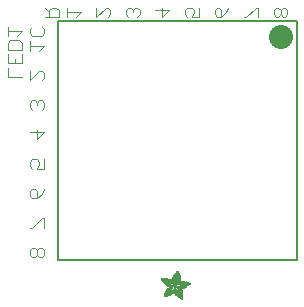
<source format=gbr>
G04 EAGLE Gerber RS-274X export*
G75*
%MOMM*%
%FSLAX34Y34*%
%LPD*%
%INSilkscreen Bottom*%
%IPPOS*%
%AMOC8*
5,1,8,0,0,1.08239X$1,22.5*%
G01*
%ADD10C,0.127000*%
%ADD11C,0.101600*%
%ADD12C,2.032000*%
%ADD13R,0.003800X0.034300*%
%ADD14R,0.003800X0.057200*%
%ADD15R,0.003800X0.076200*%
%ADD16R,0.003800X0.091400*%
%ADD17R,0.003800X0.102900*%
%ADD18R,0.003900X0.114300*%
%ADD19R,0.003800X0.129500*%
%ADD20R,0.003800X0.137200*%
%ADD21R,0.003800X0.144800*%
%ADD22R,0.003800X0.152400*%
%ADD23R,0.003800X0.160000*%
%ADD24R,0.003800X0.171500*%
%ADD25R,0.003800X0.175300*%
%ADD26R,0.003800X0.182900*%
%ADD27R,0.003800X0.190500*%
%ADD28R,0.003900X0.194300*%
%ADD29R,0.003800X0.201900*%
%ADD30R,0.003800X0.209500*%
%ADD31R,0.003800X0.213400*%
%ADD32R,0.003800X0.221000*%
%ADD33R,0.003800X0.224800*%
%ADD34R,0.003800X0.232400*%
%ADD35R,0.003800X0.240000*%
%ADD36R,0.003800X0.243800*%
%ADD37R,0.003800X0.247600*%
%ADD38R,0.003900X0.255300*%
%ADD39R,0.003800X0.259100*%
%ADD40R,0.003800X0.262900*%
%ADD41R,0.003800X0.270500*%
%ADD42R,0.003800X0.274300*%
%ADD43R,0.003800X0.281900*%
%ADD44R,0.003800X0.285700*%
%ADD45R,0.003800X0.289500*%
%ADD46R,0.003800X0.297200*%
%ADD47R,0.003800X0.301000*%
%ADD48R,0.003900X0.304800*%
%ADD49R,0.003800X0.312400*%
%ADD50R,0.003800X0.316200*%
%ADD51R,0.003800X0.320000*%
%ADD52R,0.003800X0.327600*%
%ADD53R,0.003800X0.331500*%
%ADD54R,0.003800X0.339100*%
%ADD55R,0.003800X0.342900*%
%ADD56R,0.003800X0.346700*%
%ADD57R,0.003800X0.354300*%
%ADD58R,0.003900X0.358100*%
%ADD59R,0.003800X0.361900*%
%ADD60R,0.003800X0.369600*%
%ADD61R,0.003800X0.373400*%
%ADD62R,0.003800X0.377200*%
%ADD63R,0.003800X0.384800*%
%ADD64R,0.003800X0.388600*%
%ADD65R,0.003800X0.396200*%
%ADD66R,0.003800X0.400000*%
%ADD67R,0.003800X0.403800*%
%ADD68R,0.003900X0.411500*%
%ADD69R,0.003800X0.415300*%
%ADD70R,0.003800X0.419100*%
%ADD71R,0.003800X0.045700*%
%ADD72R,0.003800X0.426700*%
%ADD73R,0.003800X0.072400*%
%ADD74R,0.003800X0.430500*%
%ADD75R,0.003800X0.095300*%
%ADD76R,0.003800X0.438100*%
%ADD77R,0.003800X0.110500*%
%ADD78R,0.003800X0.441900*%
%ADD79R,0.003800X0.445800*%
%ADD80R,0.003800X0.144700*%
%ADD81R,0.003800X0.453400*%
%ADD82R,0.003800X0.457200*%
%ADD83R,0.003900X0.175300*%
%ADD84R,0.003900X0.461000*%
%ADD85R,0.003800X0.468600*%
%ADD86R,0.003800X0.205800*%
%ADD87R,0.003800X0.472400*%
%ADD88R,0.003800X0.217200*%
%ADD89R,0.003800X0.476200*%
%ADD90R,0.003800X0.483900*%
%ADD91R,0.003800X0.247700*%
%ADD92R,0.003800X0.487700*%
%ADD93R,0.003800X0.495300*%
%ADD94R,0.003800X0.499100*%
%ADD95R,0.003800X0.502900*%
%ADD96R,0.003800X0.510500*%
%ADD97R,0.003900X0.308600*%
%ADD98R,0.003900X0.514300*%
%ADD99R,0.003800X0.323800*%
%ADD100R,0.003800X0.518100*%
%ADD101R,0.003800X0.335300*%
%ADD102R,0.003800X0.525800*%
%ADD103R,0.003800X0.529600*%
%ADD104R,0.003800X0.358100*%
%ADD105R,0.003800X0.533400*%
%ADD106R,0.003800X0.537200*%
%ADD107R,0.003800X0.381000*%
%ADD108R,0.003800X0.544800*%
%ADD109R,0.003800X0.392400*%
%ADD110R,0.003800X0.548600*%
%ADD111R,0.003800X0.552400*%
%ADD112R,0.003800X0.556200*%
%ADD113R,0.003900X0.422900*%
%ADD114R,0.003900X0.560100*%
%ADD115R,0.003800X0.434300*%
%ADD116R,0.003800X0.563900*%
%ADD117R,0.003800X0.567700*%
%ADD118R,0.003800X0.461000*%
%ADD119R,0.003800X0.571500*%
%ADD120R,0.003800X0.575300*%
%ADD121R,0.003800X0.480100*%
%ADD122R,0.003800X0.579100*%
%ADD123R,0.003800X0.491500*%
%ADD124R,0.003800X0.582900*%
%ADD125R,0.003800X0.586700*%
%ADD126R,0.003800X0.510600*%
%ADD127R,0.003800X0.590500*%
%ADD128R,0.003800X0.522000*%
%ADD129R,0.003800X0.594300*%
%ADD130R,0.003900X0.533400*%
%ADD131R,0.003900X0.598200*%
%ADD132R,0.003800X0.541000*%
%ADD133R,0.003800X0.602000*%
%ADD134R,0.003800X0.552500*%
%ADD135R,0.003800X0.605800*%
%ADD136R,0.003800X0.560100*%
%ADD137R,0.003800X0.609600*%
%ADD138R,0.003800X0.613400*%
%ADD139R,0.003800X0.583000*%
%ADD140R,0.003800X0.617200*%
%ADD141R,0.003800X0.594400*%
%ADD142R,0.003800X0.621000*%
%ADD143R,0.003800X0.598200*%
%ADD144R,0.003800X0.624800*%
%ADD145R,0.003900X0.613500*%
%ADD146R,0.003900X0.628600*%
%ADD147R,0.003800X0.632400*%
%ADD148R,0.003800X0.628600*%
%ADD149R,0.003800X0.636300*%
%ADD150R,0.003800X0.640100*%
%ADD151R,0.003800X0.636200*%
%ADD152R,0.003800X0.643900*%
%ADD153R,0.003800X0.647700*%
%ADD154R,0.003800X0.651500*%
%ADD155R,0.003800X0.659100*%
%ADD156R,0.003900X0.659100*%
%ADD157R,0.003900X0.655300*%
%ADD158R,0.003800X0.662900*%
%ADD159R,0.003800X0.655300*%
%ADD160R,0.003800X0.670500*%
%ADD161R,0.003800X0.670600*%
%ADD162R,0.003800X0.674400*%
%ADD163R,0.003800X0.682000*%
%ADD164R,0.003800X0.666700*%
%ADD165R,0.003800X0.685800*%
%ADD166R,0.003800X0.689600*%
%ADD167R,0.003900X0.693400*%
%ADD168R,0.003900X0.674400*%
%ADD169R,0.003800X0.697200*%
%ADD170R,0.003800X0.678200*%
%ADD171R,0.003800X0.697300*%
%ADD172R,0.003800X0.701100*%
%ADD173R,0.003800X0.704900*%
%ADD174R,0.003800X0.708700*%
%ADD175R,0.003800X0.712500*%
%ADD176R,0.003800X0.716300*%
%ADD177R,0.003900X0.720100*%
%ADD178R,0.003900X0.689600*%
%ADD179R,0.003800X0.720000*%
%ADD180R,0.003800X0.693400*%
%ADD181R,0.003800X0.723900*%
%ADD182R,0.003800X0.727700*%
%ADD183R,0.003800X0.731500*%
%ADD184R,0.003800X0.701000*%
%ADD185R,0.003800X0.735300*%
%ADD186R,0.003900X0.731500*%
%ADD187R,0.003900X0.701000*%
%ADD188R,0.003800X0.704800*%
%ADD189R,0.003800X0.739100*%
%ADD190R,0.003800X0.743000*%
%ADD191R,0.003800X0.739200*%
%ADD192R,0.003900X0.743000*%
%ADD193R,0.003900X0.704800*%
%ADD194R,0.003800X0.746800*%
%ADD195R,0.003900X0.746800*%
%ADD196R,0.003800X0.742900*%
%ADD197R,0.003800X0.746700*%
%ADD198R,0.003900X0.746700*%
%ADD199R,0.003800X1.428800*%
%ADD200R,0.003800X1.424900*%
%ADD201R,0.003900X1.421100*%
%ADD202R,0.003800X1.421100*%
%ADD203R,0.003800X1.417300*%
%ADD204R,0.003800X1.413500*%
%ADD205R,0.003800X1.409700*%
%ADD206R,0.003800X1.405900*%
%ADD207R,0.003800X1.402100*%
%ADD208R,0.003800X1.398300*%
%ADD209R,0.003900X0.983000*%
%ADD210R,0.003900X0.384800*%
%ADD211R,0.003800X0.971600*%
%ADD212R,0.003800X0.963900*%
%ADD213R,0.003800X0.956300*%
%ADD214R,0.003800X0.365800*%
%ADD215R,0.003800X0.952500*%
%ADD216R,0.003800X0.941000*%
%ADD217R,0.003800X0.358200*%
%ADD218R,0.003800X0.937200*%
%ADD219R,0.003800X0.933400*%
%ADD220R,0.003800X0.354400*%
%ADD221R,0.003800X0.925800*%
%ADD222R,0.003800X0.350500*%
%ADD223R,0.003800X0.922000*%
%ADD224R,0.003900X0.918200*%
%ADD225R,0.003900X0.346700*%
%ADD226R,0.003800X0.910600*%
%ADD227R,0.003800X0.906800*%
%ADD228R,0.003800X0.903000*%
%ADD229R,0.003800X0.339000*%
%ADD230R,0.003800X0.895300*%
%ADD231R,0.003800X0.335200*%
%ADD232R,0.003800X0.887700*%
%ADD233R,0.003800X0.883900*%
%ADD234R,0.003800X0.331400*%
%ADD235R,0.003800X0.880100*%
%ADD236R,0.003800X0.876300*%
%ADD237R,0.003900X0.468600*%
%ADD238R,0.003900X0.396200*%
%ADD239R,0.003900X0.323800*%
%ADD240R,0.003800X0.449600*%
%ADD241R,0.003800X0.323900*%
%ADD242R,0.003800X0.442000*%
%ADD243R,0.003800X0.434400*%
%ADD244R,0.003800X0.320100*%
%ADD245R,0.003800X0.316300*%
%ADD246R,0.003800X0.426800*%
%ADD247R,0.003800X0.327700*%
%ADD248R,0.003800X0.312500*%
%ADD249R,0.003800X0.422900*%
%ADD250R,0.003800X0.308600*%
%ADD251R,0.003800X0.293400*%
%ADD252R,0.003800X0.304800*%
%ADD253R,0.003900X0.419100*%
%ADD254R,0.003900X0.285700*%
%ADD255R,0.003900X0.301000*%
%ADD256R,0.003800X0.411500*%
%ADD257R,0.003800X0.407700*%
%ADD258R,0.003800X0.289600*%
%ADD259R,0.003800X0.285800*%
%ADD260R,0.003800X0.403900*%
%ADD261R,0.003800X0.228600*%
%ADD262R,0.003900X0.403900*%
%ADD263R,0.003900X0.221000*%
%ADD264R,0.003900X0.278100*%
%ADD265R,0.003800X0.400100*%
%ADD266R,0.003800X0.209600*%
%ADD267R,0.003800X0.266700*%
%ADD268R,0.003800X0.038100*%
%ADD269R,0.003800X0.194300*%
%ADD270R,0.003800X0.148600*%
%ADD271R,0.003800X0.259000*%
%ADD272R,0.003800X0.182800*%
%ADD273R,0.003800X0.186700*%
%ADD274R,0.003800X0.251400*%
%ADD275R,0.003800X0.179100*%
%ADD276R,0.003800X0.236200*%
%ADD277R,0.003900X0.243900*%
%ADD278R,0.003900X0.282000*%
%ADD279R,0.003800X0.167700*%
%ADD280R,0.003800X0.236300*%
%ADD281R,0.003800X0.396300*%
%ADD282R,0.003800X0.163900*%
%ADD283R,0.003800X0.392500*%
%ADD284R,0.003800X0.160100*%
%ADD285R,0.003800X0.586800*%
%ADD286R,0.003800X0.148500*%
%ADD287R,0.003800X0.140900*%
%ADD288R,0.003900X0.392400*%
%ADD289R,0.003900X0.140900*%
%ADD290R,0.003900X0.647700*%
%ADD291R,0.003800X0.133300*%
%ADD292R,0.003800X0.674300*%
%ADD293R,0.003800X0.388700*%
%ADD294R,0.003800X0.125700*%
%ADD295R,0.003800X0.121900*%
%ADD296R,0.003800X0.720100*%
%ADD297R,0.003800X0.118100*%
%ADD298R,0.003900X0.118100*%
%ADD299R,0.003900X0.739100*%
%ADD300R,0.003800X0.114300*%
%ADD301R,0.003800X0.754400*%
%ADD302R,0.003800X0.765800*%
%ADD303R,0.003800X0.773400*%
%ADD304R,0.003800X0.784800*%
%ADD305R,0.003800X0.118200*%
%ADD306R,0.003800X0.792500*%
%ADD307R,0.003800X0.803900*%
%ADD308R,0.003800X0.122000*%
%ADD309R,0.003800X0.815400*%
%ADD310R,0.003800X0.125800*%
%ADD311R,0.003800X0.826800*%
%ADD312R,0.003900X0.369500*%
%ADD313R,0.003900X0.133400*%
%ADD314R,0.003900X0.842000*%
%ADD315R,0.003800X0.365700*%
%ADD316R,0.003800X1.009700*%
%ADD317R,0.003800X1.013500*%
%ADD318R,0.003800X0.362000*%
%ADD319R,0.003800X1.024900*%
%ADD320R,0.003800X1.028700*%
%ADD321R,0.003800X1.036300*%
%ADD322R,0.003800X1.047800*%
%ADD323R,0.003800X1.055400*%
%ADD324R,0.003800X1.070600*%
%ADD325R,0.003800X0.030500*%
%ADD326R,0.003800X1.436400*%
%ADD327R,0.003900X1.562100*%
%ADD328R,0.003800X1.588700*%
%ADD329R,0.003800X1.607800*%
%ADD330R,0.003800X1.626900*%
%ADD331R,0.003800X1.642100*%
%ADD332R,0.003800X1.657400*%
%ADD333R,0.003800X1.676400*%
%ADD334R,0.003800X1.687800*%
%ADD335R,0.003800X1.703000*%
%ADD336R,0.003800X1.714500*%
%ADD337R,0.003900X1.726000*%
%ADD338R,0.003800X1.741200*%
%ADD339R,0.003800X0.914400*%
%ADD340R,0.003800X0.769600*%
%ADD341R,0.003800X0.884000*%
%ADD342R,0.003800X0.712400*%
%ADD343R,0.003900X0.880100*%
%ADD344R,0.003800X0.887800*%
%ADD345R,0.003800X0.891600*%
%ADD346R,0.003800X0.895400*%
%ADD347R,0.003800X0.251500*%
%ADD348R,0.003900X0.579200*%
%ADD349R,0.003800X0.243900*%
%ADD350R,0.003800X0.556300*%
%ADD351R,0.003800X0.255200*%
%ADD352R,0.003800X0.529500*%
%ADD353R,0.003800X0.731600*%
%ADD354R,0.003900X0.525800*%
%ADD355R,0.003900X0.281900*%
%ADD356R,0.003900X0.735400*%
%ADD357R,0.003800X0.300900*%
%ADD358R,0.003800X0.762000*%
%ADD359R,0.003800X0.518200*%
%ADD360R,0.003800X0.350600*%
%ADD361R,0.003800X0.796300*%
%ADD362R,0.003800X0.807800*%
%ADD363R,0.003800X0.506700*%
%ADD364R,0.003800X0.849600*%
%ADD365R,0.003900X0.506700*%
%ADD366R,0.003900X1.371600*%
%ADD367R,0.003800X1.207800*%
%ADD368R,0.003800X0.503000*%
%ADD369R,0.003800X0.141000*%
%ADD370R,0.003800X1.203900*%
%ADD371R,0.003800X1.204000*%
%ADD372R,0.003800X1.200200*%
%ADD373R,0.003900X0.499100*%
%ADD374R,0.003900X0.156200*%
%ADD375R,0.003900X1.196400*%
%ADD376R,0.003800X1.196400*%
%ADD377R,0.003800X0.163800*%
%ADD378R,0.003800X0.167600*%
%ADD379R,0.003800X1.192500*%
%ADD380R,0.003800X0.499200*%
%ADD381R,0.003800X1.188700*%
%ADD382R,0.003800X0.506800*%
%ADD383R,0.003800X1.184900*%
%ADD384R,0.003900X0.510600*%
%ADD385R,0.003900X0.209600*%
%ADD386R,0.003900X1.181100*%
%ADD387R,0.003800X0.514400*%
%ADD388R,0.003800X1.181100*%
%ADD389R,0.003800X1.177300*%
%ADD390R,0.003800X0.240100*%
%ADD391R,0.003800X1.173500*%
%ADD392R,0.003800X1.169700*%
%ADD393R,0.003800X1.165900*%
%ADD394R,0.003800X1.162100*%
%ADD395R,0.003900X0.929700*%
%ADD396R,0.003900X1.162100*%
%ADD397R,0.003800X0.929700*%
%ADD398R,0.003800X1.154500*%
%ADD399R,0.003800X0.933500*%
%ADD400R,0.003800X1.150600*%
%ADD401R,0.003800X0.937300*%
%ADD402R,0.003800X1.146800*%
%ADD403R,0.003800X0.941100*%
%ADD404R,0.003800X1.139200*%
%ADD405R,0.003800X0.944900*%
%ADD406R,0.003800X1.135400*%
%ADD407R,0.003800X0.948700*%
%ADD408R,0.003800X1.127800*%
%ADD409R,0.003800X1.124000*%
%ADD410R,0.003800X1.116400*%
%ADD411R,0.003900X0.956300*%
%ADD412R,0.003900X1.104900*%
%ADD413R,0.003800X0.960100*%
%ADD414R,0.003800X1.093500*%
%ADD415R,0.003800X1.085900*%
%ADD416R,0.003800X0.967800*%
%ADD417R,0.003800X1.074500*%
%ADD418R,0.003800X1.063000*%
%ADD419R,0.003800X0.975400*%
%ADD420R,0.003800X1.036400*%
%ADD421R,0.003800X0.979200*%
%ADD422R,0.003800X1.021000*%
%ADD423R,0.003800X0.983000*%
%ADD424R,0.003800X1.009600*%
%ADD425R,0.003800X0.986800*%
%ADD426R,0.003800X0.998200*%
%ADD427R,0.003900X0.990600*%
%ADD428R,0.003900X0.986700*%
%ADD429R,0.003800X0.994400*%
%ADD430R,0.003800X0.975300*%
%ADD431R,0.003800X0.948600*%
%ADD432R,0.003800X1.002000*%
%ADD433R,0.003800X0.213300*%
%ADD434R,0.003800X0.217100*%
%ADD435R,0.003800X1.017300*%
%ADD436R,0.003800X0.666800*%
%ADD437R,0.003800X0.220900*%
%ADD438R,0.003900X1.028700*%
%ADD439R,0.003900X0.224700*%
%ADD440R,0.003800X1.032500*%
%ADD441R,0.003800X1.040100*%
%ADD442R,0.003800X1.043900*%
%ADD443R,0.003800X0.548700*%
%ADD444R,0.003800X1.051500*%
%ADD445R,0.003800X1.055300*%
%ADD446R,0.003800X1.059100*%
%ADD447R,0.003800X1.062900*%
%ADD448R,0.003800X0.255300*%
%ADD449R,0.003900X1.066800*%
%ADD450R,0.003900X0.259100*%
%ADD451R,0.003900X0.457200*%
%ADD452R,0.003800X0.423000*%
%ADD453R,0.003800X1.082100*%
%ADD454R,0.003800X0.274400*%
%ADD455R,0.003800X0.278200*%
%ADD456R,0.003800X1.101100*%
%ADD457R,0.003800X0.278100*%
%ADD458R,0.003900X0.876300*%
%ADD459R,0.003900X0.236200*%
%ADD460R,0.003900X0.289600*%
%ADD461R,0.003900X0.247700*%
%ADD462R,0.003800X0.049500*%
%ADD463R,0.003900X0.640100*%
%ADD464R,0.003800X0.659200*%
%ADD465R,0.003800X0.663000*%
%ADD466R,0.003900X0.872500*%
%ADD467R,0.003900X0.666800*%
%ADD468R,0.003800X0.872500*%
%ADD469R,0.003800X0.868700*%
%ADD470R,0.003800X0.864900*%
%ADD471R,0.003800X0.861100*%
%ADD472R,0.003800X0.857300*%
%ADD473R,0.003800X0.853400*%
%ADD474R,0.003800X0.845800*%
%ADD475R,0.003900X0.682000*%
%ADD476R,0.003800X0.842000*%
%ADD477R,0.003800X0.834400*%
%ADD478R,0.003800X0.823000*%
%ADD479R,0.003800X0.815300*%
%ADD480R,0.003800X0.811500*%
%ADD481R,0.003800X0.788700*%
%ADD482R,0.003900X0.777300*%
%ADD483R,0.003800X0.750600*%
%ADD484R,0.003800X0.735400*%
%ADD485R,0.003800X0.727800*%
%ADD486R,0.003800X0.628700*%
%ADD487R,0.003800X0.575400*%
%ADD488R,0.003900X0.670600*%
%ADD489R,0.003800X0.655400*%
%ADD490R,0.003900X0.651500*%
%ADD491R,0.003900X0.624800*%
%ADD492R,0.003900X0.594400*%
%ADD493R,0.003900X0.563900*%
%ADD494R,0.003800X0.541100*%
%ADD495R,0.003800X0.537300*%
%ADD496R,0.003800X0.525700*%
%ADD497R,0.003900X0.525700*%
%ADD498R,0.003800X0.514300*%
%ADD499R,0.003900X0.480100*%
%ADD500R,0.003800X0.464800*%
%ADD501R,0.003900X0.442000*%
%ADD502R,0.003800X0.438200*%
%ADD503R,0.003800X0.430600*%
%ADD504R,0.003800X0.407600*%
%ADD505R,0.003900X0.403800*%
%ADD506R,0.003900X0.365700*%
%ADD507R,0.003900X0.327700*%
%ADD508R,0.003900X0.243800*%
%ADD509R,0.003900X0.205800*%
%ADD510R,0.003800X0.198100*%
%ADD511R,0.003900X0.163800*%
%ADD512R,0.003800X0.137100*%
%ADD513R,0.003900X0.091500*%
%ADD514R,0.003800X0.060900*%


D10*
X-101000Y101000D02*
X-101000Y-101000D01*
X101000Y-101000D01*
X101000Y101000D01*
X-101000Y101000D01*
D11*
X-112998Y94661D02*
X-114947Y96610D01*
X-112998Y94661D02*
X-112998Y90763D01*
X-114947Y88814D01*
X-122743Y88814D01*
X-124692Y90763D01*
X-124692Y94661D01*
X-122743Y96610D01*
X-112192Y104914D02*
X-100498Y104914D01*
X-100498Y110761D01*
X-102447Y112710D01*
X-106345Y112710D01*
X-108294Y110761D01*
X-108294Y104914D01*
X-108294Y108812D02*
X-112192Y112710D01*
X-112998Y80212D02*
X-116896Y76314D01*
X-112998Y80212D02*
X-124692Y80212D01*
X-124692Y76314D02*
X-124692Y84110D01*
X-124692Y59110D02*
X-124692Y51314D01*
X-116896Y59110D01*
X-114947Y59110D01*
X-112998Y57161D01*
X-112998Y53263D01*
X-114947Y51314D01*
X-112998Y28263D02*
X-114947Y26314D01*
X-112998Y28263D02*
X-112998Y32161D01*
X-114947Y34110D01*
X-116896Y34110D01*
X-118845Y32161D01*
X-118845Y30212D01*
X-118845Y32161D02*
X-120794Y34110D01*
X-122743Y34110D01*
X-124692Y32161D01*
X-124692Y28263D01*
X-122743Y26314D01*
X-124692Y7161D02*
X-112998Y7161D01*
X-118845Y1314D01*
X-118845Y9110D01*
X-112998Y-15890D02*
X-112998Y-23686D01*
X-118845Y-23686D01*
X-116896Y-19788D01*
X-116896Y-17839D01*
X-118845Y-15890D01*
X-122743Y-15890D01*
X-124692Y-17839D01*
X-124692Y-21737D01*
X-122743Y-23686D01*
X-112998Y-40890D02*
X-114947Y-44788D01*
X-118845Y-48686D01*
X-122743Y-48686D01*
X-124692Y-46737D01*
X-124692Y-42839D01*
X-122743Y-40890D01*
X-120794Y-40890D01*
X-118845Y-42839D01*
X-118845Y-48686D01*
X-112998Y-65890D02*
X-112998Y-73686D01*
X-112998Y-65890D02*
X-114947Y-65890D01*
X-122743Y-73686D01*
X-124692Y-73686D01*
X-112998Y-96737D02*
X-114947Y-98686D01*
X-112998Y-96737D02*
X-112998Y-92839D01*
X-114947Y-90890D01*
X-116896Y-90890D01*
X-118845Y-92839D01*
X-120794Y-90890D01*
X-122743Y-90890D01*
X-124692Y-92839D01*
X-124692Y-96737D01*
X-122743Y-98686D01*
X-120794Y-98686D01*
X-118845Y-96737D01*
X-116896Y-98686D01*
X-114947Y-98686D01*
X-118845Y-96737D02*
X-118845Y-92839D01*
X-85646Y104914D02*
X-81748Y108812D01*
X-93442Y108812D01*
X-93442Y104914D02*
X-93442Y112710D01*
X-68442Y112710D02*
X-68442Y104914D01*
X-60646Y112710D01*
X-58697Y112710D01*
X-56748Y110761D01*
X-56748Y106863D01*
X-58697Y104914D01*
X-33697Y104914D02*
X-31748Y106863D01*
X-31748Y110761D01*
X-33697Y112710D01*
X-35646Y112710D01*
X-37595Y110761D01*
X-37595Y108812D01*
X-37595Y110761D02*
X-39544Y112710D01*
X-41493Y112710D01*
X-43442Y110761D01*
X-43442Y106863D01*
X-41493Y104914D01*
X-18442Y110761D02*
X-6748Y110761D01*
X-12595Y104914D01*
X-12595Y112710D01*
X18252Y112710D02*
X18252Y104914D01*
X12405Y104914D01*
X14354Y108812D01*
X14354Y110761D01*
X12405Y112710D01*
X8507Y112710D01*
X6558Y110761D01*
X6558Y106863D01*
X8507Y104914D01*
X41303Y108812D02*
X43252Y112710D01*
X41303Y108812D02*
X37405Y104914D01*
X33507Y104914D01*
X31558Y106863D01*
X31558Y110761D01*
X33507Y112710D01*
X35456Y112710D01*
X37405Y110761D01*
X37405Y104914D01*
X68252Y104914D02*
X68252Y112710D01*
X66303Y112710D01*
X58507Y104914D01*
X56558Y104914D01*
X91303Y104914D02*
X93252Y106863D01*
X93252Y110761D01*
X91303Y112710D01*
X89354Y112710D01*
X87405Y110761D01*
X85456Y112710D01*
X83507Y112710D01*
X81558Y110761D01*
X81558Y106863D01*
X83507Y104914D01*
X85456Y104914D01*
X87405Y106863D01*
X89354Y104914D01*
X91303Y104914D01*
X87405Y106863D02*
X87405Y110761D01*
D12*
X87630Y87630D03*
D11*
X-131748Y53732D02*
X-143442Y53732D01*
X-143442Y61528D01*
X-131748Y65426D02*
X-131748Y73222D01*
X-131748Y65426D02*
X-143442Y65426D01*
X-143442Y73222D01*
X-137595Y69324D02*
X-137595Y65426D01*
X-131748Y77120D02*
X-143442Y77120D01*
X-143442Y82967D01*
X-141493Y84916D01*
X-133697Y84916D01*
X-131748Y82967D01*
X-131748Y77120D01*
X-135646Y88814D02*
X-131748Y92712D01*
X-143442Y92712D01*
X-143442Y88814D02*
X-143442Y96610D01*
D13*
X-12700Y-117552D03*
D14*
X-12662Y-117551D03*
D15*
X-12624Y-117570D03*
D16*
X-12586Y-117570D03*
D17*
X-12548Y-117552D03*
D18*
X-12510Y-117571D03*
D19*
X-12471Y-117571D03*
D20*
X-12433Y-117570D03*
D21*
X-12395Y-117570D03*
D22*
X-12357Y-117608D03*
D23*
X-12319Y-117608D03*
D24*
X-12281Y-117628D03*
D25*
X-12243Y-117647D03*
D26*
X-12205Y-117647D03*
D27*
X-12167Y-117685D03*
D28*
X-12129Y-117704D03*
D29*
X-12090Y-117704D03*
D30*
X-12052Y-117742D03*
D31*
X-12014Y-117761D03*
D32*
X-11976Y-117799D03*
D33*
X-11938Y-117818D03*
D34*
X-11900Y-117818D03*
D35*
X-11862Y-117856D03*
D36*
X-11824Y-117875D03*
D37*
X-11786Y-117894D03*
D38*
X-11748Y-117933D03*
D39*
X-11709Y-117952D03*
D40*
X-11671Y-117971D03*
D41*
X-11633Y-118009D03*
D42*
X-11595Y-118028D03*
D43*
X-11557Y-118066D03*
D44*
X-11519Y-118085D03*
D45*
X-11481Y-118104D03*
D46*
X-11443Y-118142D03*
D47*
X-11405Y-118161D03*
D48*
X-11367Y-118180D03*
D49*
X-11328Y-118218D03*
D50*
X-11290Y-118237D03*
D51*
X-11252Y-118256D03*
D52*
X-11214Y-118294D03*
D53*
X-11176Y-118314D03*
D54*
X-11138Y-118352D03*
D55*
X-11100Y-118371D03*
D56*
X-11062Y-118390D03*
D57*
X-11024Y-118428D03*
D58*
X-10986Y-118447D03*
D59*
X-10947Y-118466D03*
D60*
X-10909Y-118504D03*
D61*
X-10871Y-118523D03*
D62*
X-10833Y-118542D03*
D63*
X-10795Y-118580D03*
D64*
X-10757Y-118599D03*
D65*
X-10719Y-118637D03*
D66*
X-10681Y-118656D03*
D67*
X-10643Y-118675D03*
D68*
X-10605Y-118714D03*
D69*
X-10566Y-118733D03*
D70*
X-10528Y-118752D03*
D71*
X-10490Y-131515D03*
D72*
X-10490Y-118790D03*
D73*
X-10452Y-131496D03*
D74*
X-10452Y-118809D03*
D75*
X-10414Y-131458D03*
D76*
X-10414Y-118847D03*
D77*
X-10376Y-131420D03*
D78*
X-10376Y-118866D03*
D19*
X-10338Y-131401D03*
D79*
X-10338Y-118885D03*
D80*
X-10300Y-131363D03*
D81*
X-10300Y-118923D03*
D23*
X-10262Y-131324D03*
D82*
X-10262Y-118942D03*
D83*
X-10224Y-131287D03*
D84*
X-10224Y-118961D03*
D27*
X-10185Y-131249D03*
D85*
X-10185Y-118999D03*
D86*
X-10147Y-131210D03*
D87*
X-10147Y-119018D03*
D88*
X-10109Y-131153D03*
D89*
X-10109Y-119037D03*
D34*
X-10071Y-131115D03*
D90*
X-10071Y-119076D03*
D91*
X-10033Y-131077D03*
D92*
X-10033Y-119095D03*
D39*
X-9995Y-131020D03*
D93*
X-9995Y-119133D03*
D42*
X-9957Y-130982D03*
D94*
X-9957Y-119152D03*
D44*
X-9919Y-130925D03*
D95*
X-9919Y-119171D03*
D46*
X-9881Y-130867D03*
D96*
X-9881Y-119209D03*
D97*
X-9843Y-130810D03*
D98*
X-9843Y-119228D03*
D99*
X-9804Y-130772D03*
D100*
X-9804Y-119247D03*
D101*
X-9766Y-130715D03*
D102*
X-9766Y-119285D03*
D56*
X-9728Y-130658D03*
D103*
X-9728Y-119304D03*
D104*
X-9690Y-130601D03*
D105*
X-9690Y-119323D03*
D60*
X-9652Y-130543D03*
D106*
X-9652Y-119342D03*
D107*
X-9614Y-130486D03*
D108*
X-9614Y-119380D03*
D109*
X-9576Y-130429D03*
D110*
X-9576Y-119399D03*
D67*
X-9538Y-130372D03*
D111*
X-9538Y-119418D03*
D69*
X-9500Y-130315D03*
D112*
X-9500Y-119437D03*
D113*
X-9462Y-130239D03*
D114*
X-9462Y-119457D03*
D115*
X-9423Y-130182D03*
D116*
X-9423Y-119476D03*
D79*
X-9385Y-130124D03*
D117*
X-9385Y-119495D03*
D118*
X-9347Y-130048D03*
D119*
X-9347Y-119514D03*
D87*
X-9309Y-129991D03*
D120*
X-9309Y-119533D03*
D121*
X-9271Y-129915D03*
D122*
X-9271Y-119552D03*
D123*
X-9233Y-129858D03*
D124*
X-9233Y-119571D03*
D95*
X-9195Y-129801D03*
D125*
X-9195Y-119590D03*
D126*
X-9157Y-129724D03*
D127*
X-9157Y-119609D03*
D128*
X-9119Y-129667D03*
D129*
X-9119Y-119628D03*
D130*
X-9081Y-129610D03*
D131*
X-9081Y-119647D03*
D132*
X-9042Y-129534D03*
D133*
X-9042Y-119666D03*
D134*
X-9004Y-129477D03*
D135*
X-9004Y-119685D03*
D136*
X-8966Y-129439D03*
D135*
X-8966Y-119685D03*
D119*
X-8928Y-129382D03*
D137*
X-8928Y-119704D03*
D120*
X-8890Y-129325D03*
D138*
X-8890Y-119723D03*
D139*
X-8852Y-129286D03*
D140*
X-8852Y-119742D03*
D141*
X-8814Y-129229D03*
D142*
X-8814Y-119761D03*
D143*
X-8776Y-129172D03*
D142*
X-8776Y-119761D03*
D135*
X-8738Y-129134D03*
D144*
X-8738Y-119780D03*
D145*
X-8700Y-129096D03*
D146*
X-8700Y-119799D03*
D138*
X-8661Y-129057D03*
D147*
X-8661Y-119818D03*
D142*
X-8623Y-129019D03*
D147*
X-8623Y-119818D03*
D148*
X-8585Y-128981D03*
D149*
X-8585Y-119838D03*
D147*
X-8547Y-128924D03*
D150*
X-8547Y-119857D03*
D151*
X-8509Y-128905D03*
D152*
X-8509Y-119876D03*
X-8471Y-128867D03*
X-8471Y-119876D03*
D153*
X-8433Y-128810D03*
X-8433Y-119895D03*
D154*
X-8395Y-128791D03*
X-8395Y-119914D03*
D155*
X-8357Y-128753D03*
D154*
X-8357Y-119914D03*
D156*
X-8319Y-128715D03*
D157*
X-8319Y-119933D03*
D158*
X-8280Y-128696D03*
D159*
X-8280Y-119933D03*
D160*
X-8242Y-128658D03*
D155*
X-8242Y-119952D03*
D161*
X-8204Y-128619D03*
D158*
X-8204Y-119971D03*
D162*
X-8166Y-128600D03*
D158*
X-8166Y-119971D03*
D163*
X-8128Y-128562D03*
D164*
X-8128Y-119990D03*
D163*
X-8090Y-128524D03*
D164*
X-8090Y-119990D03*
D165*
X-8052Y-128505D03*
D160*
X-8052Y-120009D03*
D166*
X-8014Y-128486D03*
D160*
X-8014Y-120009D03*
D166*
X-7976Y-128448D03*
D162*
X-7976Y-120028D03*
D167*
X-7938Y-128429D03*
D168*
X-7938Y-120028D03*
D169*
X-7899Y-128410D03*
D170*
X-7899Y-120047D03*
D171*
X-7861Y-128372D03*
D170*
X-7861Y-120047D03*
D172*
X-7823Y-128353D03*
D170*
X-7823Y-120047D03*
D173*
X-7785Y-128334D03*
D163*
X-7785Y-120066D03*
D173*
X-7747Y-128296D03*
D163*
X-7747Y-120066D03*
D174*
X-7709Y-128277D03*
D165*
X-7709Y-120085D03*
D175*
X-7671Y-128258D03*
D165*
X-7671Y-120085D03*
D175*
X-7633Y-128220D03*
D165*
X-7633Y-120085D03*
D176*
X-7595Y-128201D03*
D166*
X-7595Y-120104D03*
D177*
X-7557Y-128182D03*
D178*
X-7557Y-120104D03*
D179*
X-7518Y-128143D03*
D180*
X-7518Y-120123D03*
D181*
X-7480Y-128124D03*
D180*
X-7480Y-120123D03*
D181*
X-7442Y-128124D03*
D180*
X-7442Y-120123D03*
D181*
X-7404Y-128086D03*
D180*
X-7404Y-120123D03*
D182*
X-7366Y-128067D03*
D169*
X-7366Y-120142D03*
D183*
X-7328Y-128048D03*
D169*
X-7328Y-120142D03*
D182*
X-7290Y-128029D03*
D169*
X-7290Y-120142D03*
D183*
X-7252Y-128010D03*
D184*
X-7252Y-120161D03*
D185*
X-7214Y-127991D03*
D184*
X-7214Y-120161D03*
D186*
X-7176Y-127972D03*
D187*
X-7176Y-120161D03*
D185*
X-7137Y-127953D03*
D184*
X-7137Y-120161D03*
D185*
X-7099Y-127953D03*
D188*
X-7099Y-120180D03*
D185*
X-7061Y-127915D03*
D184*
X-7061Y-120199D03*
D189*
X-7023Y-127896D03*
D184*
X-7023Y-120199D03*
D189*
X-6985Y-127896D03*
D184*
X-6985Y-120199D03*
D189*
X-6947Y-127858D03*
D184*
X-6947Y-120199D03*
D189*
X-6909Y-127858D03*
D184*
X-6909Y-120199D03*
D190*
X-6871Y-127838D03*
D188*
X-6871Y-120218D03*
D191*
X-6833Y-127819D03*
D188*
X-6833Y-120218D03*
D192*
X-6795Y-127800D03*
D193*
X-6795Y-120218D03*
D190*
X-6756Y-127800D03*
D188*
X-6756Y-120218D03*
D190*
X-6718Y-127762D03*
D188*
X-6718Y-120218D03*
D190*
X-6680Y-127762D03*
D188*
X-6680Y-120218D03*
D190*
X-6642Y-127762D03*
D188*
X-6642Y-120218D03*
D190*
X-6604Y-127724D03*
D184*
X-6604Y-120237D03*
D190*
X-6566Y-127724D03*
D184*
X-6566Y-120237D03*
D194*
X-6528Y-127705D03*
D184*
X-6528Y-120237D03*
D190*
X-6490Y-127686D03*
D184*
X-6490Y-120237D03*
D190*
X-6452Y-127686D03*
D184*
X-6452Y-120237D03*
D195*
X-6414Y-127667D03*
D187*
X-6414Y-120237D03*
D196*
X-6375Y-127648D03*
D184*
X-6375Y-120237D03*
D196*
X-6337Y-127648D03*
D169*
X-6337Y-120256D03*
D197*
X-6299Y-127629D03*
D169*
X-6299Y-120256D03*
D196*
X-6261Y-127610D03*
D169*
X-6261Y-120256D03*
D196*
X-6223Y-127610D03*
D169*
X-6223Y-120256D03*
D196*
X-6185Y-127610D03*
D169*
X-6185Y-120256D03*
D197*
X-6147Y-127591D03*
D180*
X-6147Y-120275D03*
D196*
X-6109Y-127572D03*
D180*
X-6109Y-120275D03*
D196*
X-6071Y-127572D03*
D180*
X-6071Y-120275D03*
D198*
X-6033Y-127553D03*
D167*
X-6033Y-120275D03*
D196*
X-5994Y-127534D03*
D166*
X-5994Y-120294D03*
D196*
X-5956Y-127534D03*
D166*
X-5956Y-120294D03*
D197*
X-5918Y-127515D03*
D166*
X-5918Y-120294D03*
D196*
X-5880Y-127496D03*
D166*
X-5880Y-120294D03*
D196*
X-5842Y-127496D03*
D165*
X-5842Y-120313D03*
D196*
X-5804Y-127496D03*
D165*
X-5804Y-120313D03*
D199*
X-5766Y-124028D03*
X-5728Y-124028D03*
D200*
X-5690Y-124048D03*
D201*
X-5652Y-124029D03*
D202*
X-5613Y-124029D03*
D203*
X-5575Y-124048D03*
D204*
X-5537Y-124029D03*
X-5499Y-124029D03*
D205*
X-5461Y-124048D03*
D206*
X-5423Y-124029D03*
X-5385Y-124029D03*
D207*
X-5347Y-124048D03*
D208*
X-5309Y-124029D03*
D209*
X-5271Y-126105D03*
D210*
X-5271Y-118999D03*
D211*
X-5232Y-126162D03*
D62*
X-5232Y-118961D03*
D212*
X-5194Y-126162D03*
D61*
X-5194Y-118942D03*
D213*
X-5156Y-126200D03*
D214*
X-5156Y-118942D03*
D215*
X-5118Y-126219D03*
D214*
X-5118Y-118942D03*
D216*
X-5080Y-126238D03*
D217*
X-5080Y-118942D03*
D218*
X-5042Y-126257D03*
D217*
X-5042Y-118942D03*
D219*
X-5004Y-126276D03*
D220*
X-5004Y-118961D03*
D221*
X-4966Y-126276D03*
D222*
X-4966Y-118942D03*
D223*
X-4928Y-126295D03*
D56*
X-4928Y-118961D03*
D224*
X-4890Y-126314D03*
D225*
X-4890Y-118961D03*
D226*
X-4851Y-126314D03*
D55*
X-4851Y-118980D03*
D227*
X-4813Y-126333D03*
D55*
X-4813Y-118980D03*
D228*
X-4775Y-126352D03*
D229*
X-4775Y-118999D03*
D230*
X-4737Y-126353D03*
D229*
X-4737Y-118999D03*
D230*
X-4699Y-126353D03*
D231*
X-4699Y-119018D03*
D232*
X-4661Y-126353D03*
D231*
X-4661Y-119018D03*
D233*
X-4623Y-126372D03*
D234*
X-4623Y-119037D03*
D235*
X-4585Y-126391D03*
D52*
X-4585Y-119056D03*
D236*
X-4547Y-126372D03*
D52*
X-4547Y-119056D03*
D237*
X-4509Y-128410D03*
D238*
X-4509Y-124009D03*
D239*
X-4509Y-119075D03*
D240*
X-4470Y-128467D03*
D60*
X-4470Y-123914D03*
D241*
X-4470Y-119114D03*
D242*
X-4432Y-128505D03*
D104*
X-4432Y-123857D03*
D241*
X-4432Y-119114D03*
D243*
X-4394Y-128505D03*
D56*
X-4394Y-123838D03*
D244*
X-4394Y-119133D03*
D243*
X-4356Y-128505D03*
D101*
X-4356Y-123819D03*
D245*
X-4356Y-119152D03*
D246*
X-4318Y-128505D03*
D247*
X-4318Y-123781D03*
D248*
X-4318Y-119171D03*
D246*
X-4280Y-128505D03*
D245*
X-4280Y-123762D03*
D248*
X-4280Y-119171D03*
D249*
X-4242Y-128486D03*
D250*
X-4242Y-123723D03*
D248*
X-4242Y-119209D03*
D249*
X-4204Y-128486D03*
D47*
X-4204Y-123723D03*
D250*
X-4204Y-119228D03*
D70*
X-4166Y-128467D03*
D251*
X-4166Y-123685D03*
D252*
X-4166Y-119247D03*
D253*
X-4128Y-128467D03*
D254*
X-4128Y-123686D03*
D255*
X-4128Y-119266D03*
D69*
X-4089Y-128448D03*
D42*
X-4089Y-123667D03*
D47*
X-4089Y-119304D03*
D69*
X-4051Y-128448D03*
D41*
X-4051Y-123648D03*
D46*
X-4051Y-119323D03*
D256*
X-4013Y-128429D03*
D40*
X-4013Y-123648D03*
D251*
X-4013Y-119342D03*
D256*
X-3975Y-128429D03*
D39*
X-3975Y-123629D03*
D251*
X-3975Y-119380D03*
D257*
X-3937Y-128410D03*
D37*
X-3937Y-123609D03*
D258*
X-3937Y-119399D03*
D257*
X-3899Y-128372D03*
D36*
X-3899Y-123590D03*
D259*
X-3899Y-119418D03*
D257*
X-3861Y-128372D03*
D35*
X-3861Y-123571D03*
D259*
X-3861Y-119456D03*
D260*
X-3823Y-128353D03*
D34*
X-3823Y-123571D03*
D43*
X-3823Y-119476D03*
D257*
X-3785Y-128334D03*
D261*
X-3785Y-123552D03*
D43*
X-3785Y-119514D03*
D262*
X-3747Y-128315D03*
D263*
X-3747Y-123552D03*
D264*
X-3747Y-119533D03*
D265*
X-3708Y-128296D03*
D88*
X-3708Y-123533D03*
D41*
X-3708Y-119571D03*
D260*
X-3670Y-128277D03*
D266*
X-3670Y-123533D03*
D41*
X-3670Y-119609D03*
D265*
X-3632Y-128258D03*
D86*
X-3632Y-123514D03*
D267*
X-3632Y-119628D03*
D268*
X-3632Y-117152D03*
D66*
X-3594Y-128219D03*
D29*
X-3594Y-123495D03*
D40*
X-3594Y-119685D03*
D77*
X-3594Y-117133D03*
D66*
X-3556Y-128219D03*
D269*
X-3556Y-123495D03*
D39*
X-3556Y-119704D03*
D270*
X-3556Y-117132D03*
D66*
X-3518Y-128181D03*
D27*
X-3518Y-123476D03*
D271*
X-3518Y-119742D03*
D272*
X-3518Y-117113D03*
D65*
X-3480Y-128162D03*
D273*
X-3480Y-123457D03*
D274*
X-3480Y-119780D03*
D31*
X-3480Y-117113D03*
D65*
X-3442Y-128124D03*
D275*
X-3442Y-123457D03*
D274*
X-3442Y-119818D03*
D276*
X-3442Y-117113D03*
D66*
X-3404Y-128105D03*
D275*
X-3404Y-123457D03*
D36*
X-3404Y-119856D03*
D271*
X-3404Y-117113D03*
D238*
X-3366Y-128086D03*
D83*
X-3366Y-123438D03*
D277*
X-3366Y-119895D03*
D278*
X-3366Y-117113D03*
D65*
X-3327Y-128048D03*
D279*
X-3327Y-123438D03*
D280*
X-3327Y-119933D03*
D47*
X-3327Y-117094D03*
D281*
X-3289Y-128010D03*
D282*
X-3289Y-123419D03*
D280*
X-3289Y-119971D03*
D51*
X-3289Y-117113D03*
D283*
X-3251Y-127991D03*
D284*
X-3251Y-123400D03*
D261*
X-3251Y-120009D03*
D55*
X-3251Y-117114D03*
D281*
X-3213Y-127972D03*
D284*
X-3213Y-123400D03*
D285*
X-3213Y-118256D03*
D281*
X-3175Y-127934D03*
D22*
X-3175Y-123400D03*
D143*
X-3175Y-118237D03*
D283*
X-3137Y-127915D03*
D286*
X-3137Y-123381D03*
D135*
X-3137Y-118199D03*
D109*
X-3099Y-127876D03*
D286*
X-3099Y-123381D03*
D142*
X-3099Y-118161D03*
D109*
X-3061Y-127838D03*
D80*
X-3061Y-123362D03*
D144*
X-3061Y-118142D03*
D109*
X-3023Y-127800D03*
D287*
X-3023Y-123343D03*
D149*
X-3023Y-118123D03*
D288*
X-2985Y-127762D03*
D289*
X-2985Y-123343D03*
D290*
X-2985Y-118104D03*
D64*
X-2946Y-127743D03*
D291*
X-2946Y-123343D03*
D159*
X-2946Y-118066D03*
D64*
X-2908Y-127705D03*
D291*
X-2908Y-123343D03*
D164*
X-2908Y-118047D03*
D64*
X-2870Y-127667D03*
D19*
X-2870Y-123324D03*
D292*
X-2870Y-118047D03*
D64*
X-2832Y-127629D03*
D19*
X-2832Y-123324D03*
D165*
X-2832Y-118027D03*
D293*
X-2794Y-127591D03*
D294*
X-2794Y-123305D03*
D180*
X-2794Y-117989D03*
D293*
X-2756Y-127553D03*
D294*
X-2756Y-123305D03*
D172*
X-2756Y-117990D03*
D64*
X-2718Y-127514D03*
D295*
X-2718Y-123286D03*
D175*
X-2718Y-117971D03*
D63*
X-2680Y-127457D03*
D295*
X-2680Y-123286D03*
D296*
X-2680Y-117971D03*
D63*
X-2642Y-127419D03*
D297*
X-2642Y-123267D03*
D182*
X-2642Y-117971D03*
D210*
X-2604Y-127381D03*
D298*
X-2604Y-123267D03*
D299*
X-2604Y-117952D03*
D63*
X-2565Y-127343D03*
D300*
X-2565Y-123248D03*
D194*
X-2565Y-117951D03*
D107*
X-2527Y-127286D03*
D297*
X-2527Y-123229D03*
D301*
X-2527Y-117951D03*
D107*
X-2489Y-127248D03*
D297*
X-2489Y-123229D03*
D302*
X-2489Y-117932D03*
D107*
X-2451Y-127171D03*
D297*
X-2451Y-123229D03*
D303*
X-2451Y-117932D03*
D107*
X-2413Y-127133D03*
D300*
X-2413Y-123210D03*
D304*
X-2413Y-117913D03*
D62*
X-2375Y-127076D03*
D305*
X-2375Y-123190D03*
D306*
X-2375Y-117914D03*
D61*
X-2337Y-127019D03*
D305*
X-2337Y-123190D03*
D307*
X-2337Y-117933D03*
D61*
X-2299Y-126943D03*
D308*
X-2299Y-123171D03*
D309*
X-2299Y-117913D03*
D61*
X-2261Y-126905D03*
D310*
X-2261Y-123152D03*
D311*
X-2261Y-117932D03*
D312*
X-2223Y-126810D03*
D313*
X-2223Y-123114D03*
D314*
X-2223Y-117932D03*
D315*
X-2184Y-126753D03*
D316*
X-2184Y-118733D03*
D214*
X-2146Y-126676D03*
D317*
X-2146Y-118714D03*
D318*
X-2108Y-126581D03*
D319*
X-2108Y-118695D03*
D104*
X-2070Y-126486D03*
D320*
X-2070Y-118676D03*
D57*
X-2032Y-126391D03*
D321*
X-2032Y-118676D03*
D222*
X-1994Y-126296D03*
D322*
X-1994Y-118656D03*
D56*
X-1956Y-126162D03*
D323*
X-1956Y-118656D03*
D56*
X-1918Y-126048D03*
D324*
X-1918Y-118656D03*
D325*
X-1880Y-128277D03*
D326*
X-1880Y-120447D03*
D327*
X-1842Y-121038D03*
D328*
X-1803Y-121095D03*
D329*
X-1765Y-121152D03*
D330*
X-1727Y-121171D03*
D331*
X-1689Y-121209D03*
D332*
X-1651Y-121247D03*
D333*
X-1613Y-121266D03*
D334*
X-1575Y-121285D03*
D335*
X-1537Y-121285D03*
D336*
X-1499Y-121305D03*
D337*
X-1461Y-121323D03*
D338*
X-1422Y-121323D03*
D339*
X-1384Y-125533D03*
D340*
X-1384Y-116427D03*
D230*
X-1346Y-125705D03*
D190*
X-1346Y-116256D03*
D233*
X-1308Y-125800D03*
D183*
X-1308Y-116123D03*
D341*
X-1270Y-125876D03*
D296*
X-1270Y-116028D03*
D233*
X-1232Y-125953D03*
D342*
X-1232Y-115913D03*
D235*
X-1194Y-126010D03*
D173*
X-1194Y-115837D03*
D235*
X-1156Y-126086D03*
D171*
X-1156Y-115761D03*
D235*
X-1118Y-126124D03*
D169*
X-1118Y-115684D03*
D343*
X-1080Y-126162D03*
D167*
X-1080Y-115627D03*
D344*
X-1041Y-126200D03*
D166*
X-1041Y-115532D03*
D344*
X-1003Y-126238D03*
D166*
X-1003Y-115494D03*
D345*
X-965Y-126257D03*
D165*
X-965Y-115437D03*
D346*
X-927Y-126276D03*
D165*
X-927Y-115360D03*
D228*
X-889Y-126314D03*
D165*
X-889Y-115322D03*
D227*
X-851Y-126333D03*
D163*
X-851Y-115265D03*
D226*
X-813Y-126352D03*
D165*
X-813Y-115208D03*
D137*
X-775Y-127895D03*
D40*
X-775Y-123114D03*
D165*
X-775Y-115170D03*
D127*
X-737Y-128029D03*
D347*
X-737Y-123019D03*
D166*
X-737Y-115113D03*
D348*
X-699Y-128124D03*
D277*
X-699Y-122981D03*
D178*
X-699Y-115075D03*
D117*
X-660Y-128220D03*
D349*
X-660Y-122943D03*
D180*
X-660Y-115056D03*
D116*
X-622Y-128277D03*
D36*
X-622Y-122904D03*
D171*
X-622Y-114999D03*
D136*
X-584Y-128372D03*
D37*
X-584Y-122885D03*
D171*
X-584Y-114961D03*
D350*
X-546Y-128429D03*
D37*
X-546Y-122847D03*
D173*
X-546Y-114923D03*
D110*
X-508Y-128505D03*
D274*
X-508Y-122828D03*
D174*
X-508Y-114904D03*
D132*
X-470Y-128543D03*
D351*
X-470Y-122809D03*
D175*
X-470Y-114885D03*
D106*
X-432Y-128600D03*
D40*
X-432Y-122771D03*
D296*
X-432Y-114847D03*
D105*
X-394Y-128657D03*
D267*
X-394Y-122752D03*
D181*
X-394Y-114828D03*
D352*
X-356Y-128715D03*
D42*
X-356Y-122714D03*
D353*
X-356Y-114789D03*
D354*
X-318Y-128772D03*
D355*
X-318Y-122676D03*
D356*
X-318Y-114770D03*
D102*
X-279Y-128810D03*
D45*
X-279Y-122638D03*
D190*
X-279Y-114770D03*
D128*
X-241Y-128867D03*
D357*
X-241Y-122619D03*
D301*
X-241Y-114751D03*
D128*
X-203Y-128905D03*
D250*
X-203Y-122580D03*
D358*
X-203Y-114751D03*
D359*
X-165Y-128962D03*
D241*
X-165Y-122543D03*
D340*
X-165Y-114751D03*
D359*
X-127Y-129000D03*
D101*
X-127Y-122486D03*
D304*
X-127Y-114751D03*
D96*
X-89Y-129039D03*
D360*
X-89Y-122447D03*
D361*
X-89Y-114770D03*
D96*
X-51Y-129077D03*
D60*
X-51Y-122390D03*
D362*
X-51Y-114789D03*
D363*
X-13Y-129134D03*
D64*
X-13Y-122295D03*
D311*
X-13Y-114808D03*
D363*
X25Y-129172D03*
D69*
X25Y-122200D03*
D364*
X25Y-114884D03*
D365*
X64Y-129210D03*
D366*
X64Y-117456D03*
D95*
X102Y-129229D03*
D21*
X102Y-123628D03*
D367*
X102Y-116599D03*
D368*
X140Y-129267D03*
D369*
X140Y-123685D03*
D370*
X140Y-116542D03*
D368*
X178Y-129305D03*
D287*
X178Y-123724D03*
D370*
X178Y-116504D03*
D94*
X216Y-129325D03*
D287*
X216Y-123762D03*
D370*
X216Y-116466D03*
D94*
X254Y-129363D03*
D80*
X254Y-123781D03*
D371*
X254Y-116427D03*
D94*
X292Y-129401D03*
D21*
X292Y-123819D03*
D372*
X292Y-116408D03*
D94*
X330Y-129439D03*
D21*
X330Y-123857D03*
D372*
X330Y-116370D03*
D93*
X368Y-129458D03*
D270*
X368Y-123876D03*
D372*
X368Y-116332D03*
D93*
X406Y-129496D03*
D22*
X406Y-123933D03*
D372*
X406Y-116332D03*
D373*
X445Y-129515D03*
D374*
X445Y-123952D03*
D375*
X445Y-116313D03*
D94*
X483Y-129553D03*
D23*
X483Y-123971D03*
D376*
X483Y-116275D03*
D93*
X521Y-129572D03*
D377*
X521Y-124028D03*
D376*
X521Y-116275D03*
D94*
X559Y-129591D03*
D378*
X559Y-124047D03*
D379*
X559Y-116256D03*
D94*
X597Y-129629D03*
D25*
X597Y-124086D03*
D379*
X597Y-116256D03*
D368*
X635Y-129648D03*
D275*
X635Y-124105D03*
D379*
X635Y-116218D03*
D380*
X673Y-129667D03*
D26*
X673Y-124162D03*
D379*
X673Y-116218D03*
D368*
X711Y-129686D03*
D27*
X711Y-124200D03*
D381*
X711Y-116199D03*
D382*
X749Y-129705D03*
D269*
X749Y-124219D03*
D381*
X749Y-116199D03*
D382*
X787Y-129705D03*
D29*
X787Y-124257D03*
D383*
X787Y-116180D03*
D384*
X826Y-129724D03*
D385*
X826Y-124295D03*
D386*
X826Y-116199D03*
D387*
X864Y-129743D03*
D31*
X864Y-124352D03*
D388*
X864Y-116199D03*
D359*
X902Y-129762D03*
D32*
X902Y-124390D03*
D389*
X902Y-116180D03*
D359*
X940Y-129762D03*
D34*
X940Y-124447D03*
D389*
X940Y-116180D03*
D102*
X978Y-129762D03*
D390*
X978Y-124486D03*
D391*
X978Y-116161D03*
D103*
X1016Y-129781D03*
D347*
X1016Y-124543D03*
D391*
X1016Y-116161D03*
D106*
X1054Y-129781D03*
D40*
X1054Y-124600D03*
D392*
X1054Y-116180D03*
D132*
X1092Y-129762D03*
D42*
X1092Y-124657D03*
D393*
X1092Y-116161D03*
D111*
X1130Y-129743D03*
D258*
X1130Y-124733D03*
D393*
X1130Y-116161D03*
D119*
X1168Y-129687D03*
D49*
X1168Y-124847D03*
D394*
X1168Y-116180D03*
D395*
X1207Y-127934D03*
D396*
X1207Y-116180D03*
D397*
X1245Y-127934D03*
D398*
X1245Y-116180D03*
D399*
X1283Y-127953D03*
D400*
X1283Y-116199D03*
D401*
X1321Y-127972D03*
D400*
X1321Y-116199D03*
D401*
X1359Y-127972D03*
D402*
X1359Y-116218D03*
D403*
X1397Y-127991D03*
D404*
X1397Y-116218D03*
D405*
X1435Y-128010D03*
D406*
X1435Y-116237D03*
D407*
X1473Y-128029D03*
D408*
X1473Y-116275D03*
D407*
X1511Y-128029D03*
D409*
X1511Y-116294D03*
D215*
X1549Y-128048D03*
D410*
X1549Y-116332D03*
D411*
X1588Y-128067D03*
D412*
X1588Y-116352D03*
D413*
X1626Y-128086D03*
D414*
X1626Y-116409D03*
D413*
X1664Y-128086D03*
D415*
X1664Y-116447D03*
D416*
X1702Y-128086D03*
D417*
X1702Y-116504D03*
D211*
X1740Y-128105D03*
D418*
X1740Y-116561D03*
D419*
X1778Y-128124D03*
D322*
X1778Y-116637D03*
D419*
X1816Y-128124D03*
D420*
X1816Y-116694D03*
D421*
X1854Y-128143D03*
D422*
X1854Y-116732D03*
D423*
X1892Y-128162D03*
D424*
X1892Y-116789D03*
D425*
X1930Y-128181D03*
D426*
X1930Y-116846D03*
D427*
X1969Y-128162D03*
D428*
X1969Y-116904D03*
D429*
X2007Y-128181D03*
D430*
X2007Y-116961D03*
D426*
X2045Y-128200D03*
D212*
X2045Y-117018D03*
D426*
X2083Y-128200D03*
D431*
X2083Y-117094D03*
D432*
X2121Y-128219D03*
D218*
X2121Y-117151D03*
D424*
X2159Y-128219D03*
D30*
X2159Y-120790D03*
D175*
X2159Y-116142D03*
D317*
X2197Y-128239D03*
D433*
X2197Y-120771D03*
D171*
X2197Y-116180D03*
D317*
X2235Y-128239D03*
D434*
X2235Y-120752D03*
D163*
X2235Y-116218D03*
D435*
X2273Y-128258D03*
D434*
X2273Y-120752D03*
D436*
X2273Y-116256D03*
D319*
X2311Y-128258D03*
D437*
X2311Y-120733D03*
D153*
X2311Y-116275D03*
D438*
X2350Y-128277D03*
D439*
X2350Y-120714D03*
D146*
X2350Y-116332D03*
D320*
X2388Y-128277D03*
D261*
X2388Y-120694D03*
D138*
X2388Y-116370D03*
D440*
X2426Y-128296D03*
D34*
X2426Y-120675D03*
D143*
X2426Y-116408D03*
D441*
X2464Y-128296D03*
D34*
X2464Y-120675D03*
D122*
X2464Y-116428D03*
D442*
X2502Y-128315D03*
D276*
X2502Y-120656D03*
D116*
X2502Y-116466D03*
D442*
X2540Y-128315D03*
D35*
X2540Y-120637D03*
D443*
X2540Y-116504D03*
D444*
X2578Y-128315D03*
D36*
X2578Y-120618D03*
D352*
X2578Y-116523D03*
D445*
X2616Y-128334D03*
D36*
X2616Y-120618D03*
D96*
X2616Y-116580D03*
D446*
X2654Y-128315D03*
D37*
X2654Y-120599D03*
D123*
X2654Y-116599D03*
D447*
X2692Y-128334D03*
D448*
X2692Y-120600D03*
D89*
X2692Y-116637D03*
D449*
X2731Y-128353D03*
D450*
X2731Y-120581D03*
D451*
X2731Y-116656D03*
D417*
X2769Y-128353D03*
D39*
X2769Y-120581D03*
D242*
X2769Y-116694D03*
D417*
X2807Y-128353D03*
D40*
X2807Y-120562D03*
D452*
X2807Y-116713D03*
D453*
X2845Y-128353D03*
D267*
X2845Y-120543D03*
D67*
X2845Y-116732D03*
D415*
X2883Y-128372D03*
D267*
X2883Y-120543D03*
D63*
X2883Y-116751D03*
D414*
X2921Y-128372D03*
D454*
X2921Y-120542D03*
D318*
X2921Y-116789D03*
D414*
X2959Y-128372D03*
D455*
X2959Y-120523D03*
D55*
X2959Y-116809D03*
D456*
X2997Y-128372D03*
D455*
X2997Y-120523D03*
D51*
X2997Y-116808D03*
D236*
X3035Y-129534D03*
D33*
X3035Y-123990D03*
D259*
X3035Y-120523D03*
D47*
X3035Y-116827D03*
D236*
X3073Y-129572D03*
D34*
X3073Y-123990D03*
D259*
X3073Y-120523D03*
D457*
X3073Y-116828D03*
D458*
X3112Y-129572D03*
D459*
X3112Y-123971D03*
D460*
X3112Y-120504D03*
D461*
X3112Y-116828D03*
D236*
X3150Y-129610D03*
D35*
X3150Y-123990D03*
D251*
X3150Y-120523D03*
D434*
X3150Y-116866D03*
D236*
X3188Y-129648D03*
D36*
X3188Y-123971D03*
D46*
X3188Y-120504D03*
D275*
X3188Y-116866D03*
D236*
X3226Y-129648D03*
D37*
X3226Y-123952D03*
D47*
X3226Y-120523D03*
D19*
X3226Y-116885D03*
D236*
X3264Y-129687D03*
D351*
X3264Y-123952D03*
D252*
X3264Y-120504D03*
D462*
X3264Y-116904D03*
D236*
X3302Y-129725D03*
D271*
X3302Y-123933D03*
D250*
X3302Y-120523D03*
D235*
X3340Y-129744D03*
D40*
X3340Y-123914D03*
D50*
X3340Y-120523D03*
D236*
X3378Y-129763D03*
D41*
X3378Y-123914D03*
D51*
X3378Y-120542D03*
D236*
X3416Y-129801D03*
D457*
X3416Y-123876D03*
D52*
X3416Y-120542D03*
D235*
X3454Y-129820D03*
D150*
X3454Y-122105D03*
D343*
X3493Y-129858D03*
D463*
X3493Y-122105D03*
D236*
X3531Y-129877D03*
D152*
X3531Y-122086D03*
D236*
X3569Y-129915D03*
D153*
X3569Y-122105D03*
D235*
X3607Y-129934D03*
D154*
X3607Y-122086D03*
D236*
X3645Y-129953D03*
D154*
X3645Y-122086D03*
D236*
X3683Y-129991D03*
D159*
X3683Y-122105D03*
D236*
X3721Y-130029D03*
D464*
X3721Y-122085D03*
D236*
X3759Y-130029D03*
D464*
X3759Y-122085D03*
D236*
X3797Y-130068D03*
D464*
X3797Y-122085D03*
D236*
X3835Y-130106D03*
D465*
X3835Y-122104D03*
D466*
X3874Y-130125D03*
D467*
X3874Y-122085D03*
D468*
X3912Y-130163D03*
D436*
X3912Y-122085D03*
D469*
X3950Y-130182D03*
D161*
X3950Y-122104D03*
D469*
X3988Y-130220D03*
D161*
X3988Y-122104D03*
D470*
X4026Y-130239D03*
D162*
X4026Y-122085D03*
D471*
X4064Y-130258D03*
D162*
X4064Y-122085D03*
D471*
X4102Y-130296D03*
D162*
X4102Y-122085D03*
D472*
X4140Y-130315D03*
D170*
X4140Y-122104D03*
D473*
X4178Y-130334D03*
D170*
X4178Y-122104D03*
D474*
X4216Y-130372D03*
D163*
X4216Y-122085D03*
D314*
X4255Y-130391D03*
D475*
X4255Y-122085D03*
D476*
X4293Y-130429D03*
D163*
X4293Y-122085D03*
D477*
X4331Y-130429D03*
D163*
X4331Y-122085D03*
D311*
X4369Y-130467D03*
D163*
X4369Y-122085D03*
D478*
X4407Y-130486D03*
D165*
X4407Y-122104D03*
D479*
X4445Y-130525D03*
D166*
X4445Y-122085D03*
D480*
X4483Y-130544D03*
D166*
X4483Y-122085D03*
D307*
X4521Y-130582D03*
D166*
X4521Y-122085D03*
D306*
X4559Y-130601D03*
D166*
X4559Y-122085D03*
D481*
X4597Y-130620D03*
D166*
X4597Y-122085D03*
D482*
X4636Y-130639D03*
D178*
X4636Y-122085D03*
D340*
X4674Y-130677D03*
D166*
X4674Y-122085D03*
D358*
X4712Y-130715D03*
D166*
X4712Y-122085D03*
D483*
X4750Y-130734D03*
D166*
X4750Y-122085D03*
D484*
X4788Y-130772D03*
D166*
X4788Y-122085D03*
D485*
X4826Y-130810D03*
D166*
X4826Y-122085D03*
D342*
X4864Y-130848D03*
D166*
X4864Y-122085D03*
D169*
X4902Y-130886D03*
D166*
X4902Y-122085D03*
D165*
X4940Y-130943D03*
D166*
X4940Y-122085D03*
D160*
X4978Y-130982D03*
D166*
X4978Y-122085D03*
D290*
X5017Y-131020D03*
D178*
X5017Y-122085D03*
D486*
X5055Y-131077D03*
D166*
X5055Y-122085D03*
D135*
X5093Y-131115D03*
D166*
X5093Y-122085D03*
D487*
X5131Y-131191D03*
D165*
X5131Y-122066D03*
D106*
X5169Y-131267D03*
D165*
X5169Y-122066D03*
D357*
X5207Y-132144D03*
D165*
X5207Y-122066D03*
X5245Y-122066D03*
X5283Y-122066D03*
X5321Y-122066D03*
X5359Y-122066D03*
D475*
X5398Y-122047D03*
D163*
X5436Y-122047D03*
X5474Y-122047D03*
X5512Y-122047D03*
D170*
X5550Y-122066D03*
D162*
X5588Y-122047D03*
X5626Y-122047D03*
X5664Y-122047D03*
X5702Y-122047D03*
D161*
X5740Y-122028D03*
D488*
X5779Y-122028D03*
D161*
X5817Y-122028D03*
D436*
X5855Y-122047D03*
D465*
X5893Y-122028D03*
X5931Y-122028D03*
X5969Y-122028D03*
D464*
X6007Y-122009D03*
D489*
X6045Y-122028D03*
X6083Y-122028D03*
D154*
X6121Y-122009D03*
D490*
X6160Y-122009D03*
D154*
X6198Y-122009D03*
D152*
X6236Y-122009D03*
X6274Y-122009D03*
X6312Y-122009D03*
D150*
X6350Y-121990D03*
D151*
X6388Y-122009D03*
D147*
X6426Y-121990D03*
X6464Y-121990D03*
X6502Y-121990D03*
D491*
X6541Y-121990D03*
D144*
X6579Y-121990D03*
D142*
X6617Y-121971D03*
D140*
X6655Y-121990D03*
D138*
X6693Y-121971D03*
X6731Y-121971D03*
D135*
X6769Y-121971D03*
X6807Y-121971D03*
D133*
X6845Y-121952D03*
D143*
X6883Y-121971D03*
D492*
X6922Y-121952D03*
D141*
X6960Y-121952D03*
D125*
X6998Y-121952D03*
X7036Y-121952D03*
D124*
X7074Y-121933D03*
X7112Y-121933D03*
D120*
X7150Y-121933D03*
D119*
X7188Y-121914D03*
X7226Y-121914D03*
D116*
X7264Y-121914D03*
D493*
X7303Y-121914D03*
D136*
X7341Y-121895D03*
D134*
X7379Y-121895D03*
X7417Y-121895D03*
D443*
X7455Y-121876D03*
D494*
X7493Y-121876D03*
X7531Y-121876D03*
D495*
X7569Y-121857D03*
D352*
X7607Y-121857D03*
D496*
X7645Y-121838D03*
D497*
X7684Y-121838D03*
D100*
X7722Y-121838D03*
D498*
X7760Y-121819D03*
D96*
X7798Y-121800D03*
D363*
X7836Y-121819D03*
D95*
X7874Y-121800D03*
D94*
X7912Y-121781D03*
D93*
X7950Y-121800D03*
D123*
X7988Y-121781D03*
D92*
X8026Y-121762D03*
D499*
X8065Y-121762D03*
D121*
X8103Y-121762D03*
D89*
X8141Y-121742D03*
D87*
X8179Y-121723D03*
D85*
X8217Y-121742D03*
D500*
X8255Y-121723D03*
D118*
X8293Y-121704D03*
D81*
X8331Y-121704D03*
X8369Y-121704D03*
D240*
X8407Y-121685D03*
D501*
X8446Y-121685D03*
D242*
X8484Y-121685D03*
D502*
X8522Y-121666D03*
D503*
X8560Y-121666D03*
D246*
X8598Y-121647D03*
X8636Y-121647D03*
D70*
X8674Y-121647D03*
D69*
X8712Y-121628D03*
X8750Y-121628D03*
D504*
X8788Y-121628D03*
D505*
X8827Y-121609D03*
D66*
X8865Y-121590D03*
D65*
X8903Y-121609D03*
D109*
X8941Y-121590D03*
D64*
X8979Y-121571D03*
D107*
X9017Y-121571D03*
X9055Y-121571D03*
D62*
X9093Y-121552D03*
D61*
X9131Y-121533D03*
D60*
X9169Y-121552D03*
D506*
X9208Y-121533D03*
D59*
X9246Y-121514D03*
D57*
X9284Y-121514D03*
X9322Y-121514D03*
D222*
X9360Y-121495D03*
D55*
X9398Y-121495D03*
X9436Y-121495D03*
D54*
X9474Y-121476D03*
D53*
X9512Y-121476D03*
D247*
X9550Y-121457D03*
D507*
X9589Y-121457D03*
D244*
X9627Y-121457D03*
D245*
X9665Y-121438D03*
X9703Y-121438D03*
D250*
X9741Y-121437D03*
D252*
X9779Y-121418D03*
D47*
X9817Y-121399D03*
D46*
X9855Y-121418D03*
D251*
X9893Y-121399D03*
D258*
X9931Y-121380D03*
D254*
X9970Y-121400D03*
D43*
X10008Y-121381D03*
D457*
X10046Y-121362D03*
D41*
X10084Y-121362D03*
X10122Y-121362D03*
D267*
X10160Y-121343D03*
D40*
X10198Y-121324D03*
D39*
X10236Y-121343D03*
D351*
X10274Y-121323D03*
D274*
X10312Y-121304D03*
D508*
X10351Y-121304D03*
D36*
X10389Y-121304D03*
D35*
X10427Y-121285D03*
D34*
X10465Y-121285D03*
D261*
X10503Y-121266D03*
X10541Y-121266D03*
D32*
X10579Y-121266D03*
D88*
X10617Y-121247D03*
X10655Y-121247D03*
D266*
X10693Y-121247D03*
D509*
X10732Y-121228D03*
D29*
X10770Y-121209D03*
D510*
X10808Y-121228D03*
D269*
X10846Y-121209D03*
D27*
X10884Y-121190D03*
D273*
X10922Y-121209D03*
D26*
X10960Y-121190D03*
D25*
X10998Y-121190D03*
D24*
X11036Y-121171D03*
X11074Y-121171D03*
D511*
X11113Y-121171D03*
D23*
X11151Y-121152D03*
D22*
X11189Y-121152D03*
D21*
X11227Y-121152D03*
X11265Y-121152D03*
D512*
X11303Y-121152D03*
D19*
X11341Y-121152D03*
D295*
X11379Y-121152D03*
D300*
X11417Y-121152D03*
D17*
X11455Y-121133D03*
D513*
X11494Y-121152D03*
D15*
X11532Y-121152D03*
D514*
X11570Y-121152D03*
D325*
X11608Y-121190D03*
M02*

</source>
